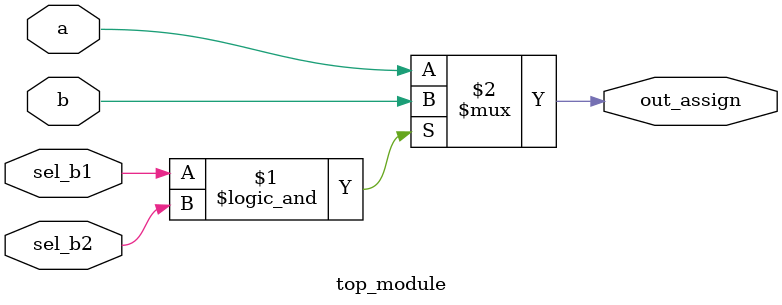
<source format=v>
module top_module (
    input a,
    input b,
    input sel_b1,
    input sel_b2,
    output wire out_assign
);

    assign out_assign = (sel_b1 && sel_b2) ? b : a;

endmodule
</source>
